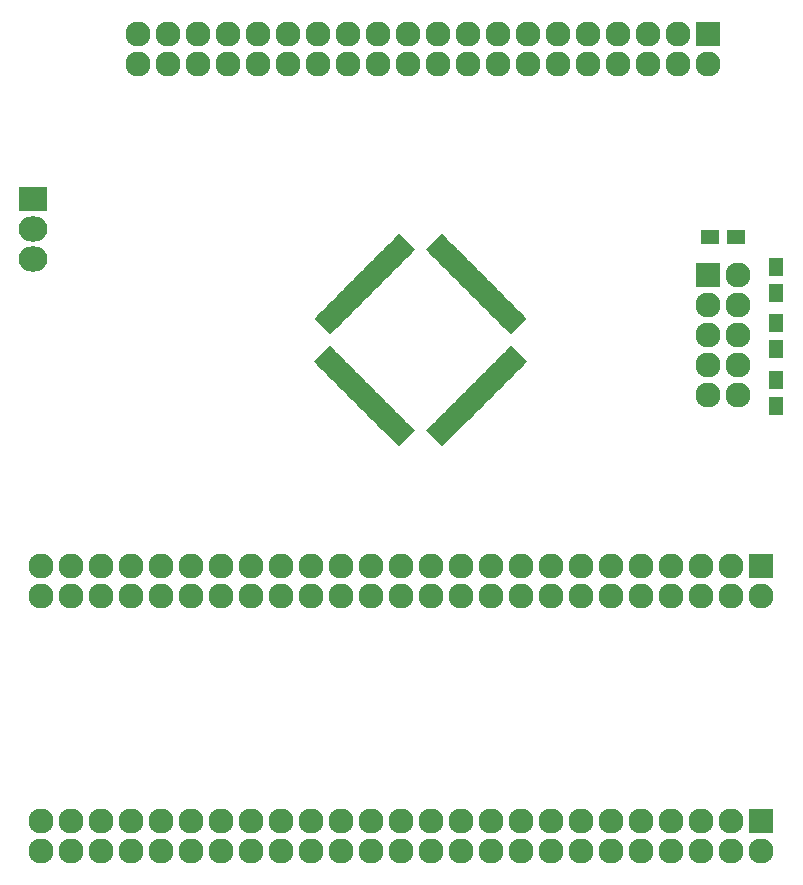
<source format=gbr>
G04 #@! TF.FileFunction,Soldermask,Top*
%FSLAX46Y46*%
G04 Gerber Fmt 4.6, Leading zero omitted, Abs format (unit mm)*
G04 Created by KiCad (PCBNEW 4.0.2-stable) date 2016-03-18 오후 4:15:19*
%MOMM*%
G01*
G04 APERTURE LIST*
%ADD10C,0.100000*%
%ADD11R,2.127200X2.127200*%
%ADD12O,2.127200X2.127200*%
%ADD13R,2.432000X2.127200*%
%ADD14O,2.432000X2.127200*%
%ADD15R,1.600000X1.300000*%
%ADD16R,1.300000X1.600000*%
G04 APERTURE END LIST*
D10*
D11*
X162560000Y-95250000D03*
D12*
X162560000Y-97790000D03*
X160020000Y-95250000D03*
X160020000Y-97790000D03*
X157480000Y-95250000D03*
X157480000Y-97790000D03*
X154940000Y-95250000D03*
X154940000Y-97790000D03*
X152400000Y-95250000D03*
X152400000Y-97790000D03*
X149860000Y-95250000D03*
X149860000Y-97790000D03*
X147320000Y-95250000D03*
X147320000Y-97790000D03*
X144780000Y-95250000D03*
X144780000Y-97790000D03*
X142240000Y-95250000D03*
X142240000Y-97790000D03*
X139700000Y-95250000D03*
X139700000Y-97790000D03*
X137160000Y-95250000D03*
X137160000Y-97790000D03*
X134620000Y-95250000D03*
X134620000Y-97790000D03*
X132080000Y-95250000D03*
X132080000Y-97790000D03*
X129540000Y-95250000D03*
X129540000Y-97790000D03*
X127000000Y-95250000D03*
X127000000Y-97790000D03*
X124460000Y-95250000D03*
X124460000Y-97790000D03*
X121920000Y-95250000D03*
X121920000Y-97790000D03*
X119380000Y-95250000D03*
X119380000Y-97790000D03*
X116840000Y-95250000D03*
X116840000Y-97790000D03*
X114300000Y-95250000D03*
X114300000Y-97790000D03*
X111760000Y-95250000D03*
X111760000Y-97790000D03*
X109220000Y-95250000D03*
X109220000Y-97790000D03*
X106680000Y-95250000D03*
X106680000Y-97790000D03*
X104140000Y-95250000D03*
X104140000Y-97790000D03*
X101600000Y-95250000D03*
X101600000Y-97790000D03*
D11*
X162560000Y-116840000D03*
D12*
X162560000Y-119380000D03*
X160020000Y-116840000D03*
X160020000Y-119380000D03*
X157480000Y-116840000D03*
X157480000Y-119380000D03*
X154940000Y-116840000D03*
X154940000Y-119380000D03*
X152400000Y-116840000D03*
X152400000Y-119380000D03*
X149860000Y-116840000D03*
X149860000Y-119380000D03*
X147320000Y-116840000D03*
X147320000Y-119380000D03*
X144780000Y-116840000D03*
X144780000Y-119380000D03*
X142240000Y-116840000D03*
X142240000Y-119380000D03*
X139700000Y-116840000D03*
X139700000Y-119380000D03*
X137160000Y-116840000D03*
X137160000Y-119380000D03*
X134620000Y-116840000D03*
X134620000Y-119380000D03*
X132080000Y-116840000D03*
X132080000Y-119380000D03*
X129540000Y-116840000D03*
X129540000Y-119380000D03*
X127000000Y-116840000D03*
X127000000Y-119380000D03*
X124460000Y-116840000D03*
X124460000Y-119380000D03*
X121920000Y-116840000D03*
X121920000Y-119380000D03*
X119380000Y-116840000D03*
X119380000Y-119380000D03*
X116840000Y-116840000D03*
X116840000Y-119380000D03*
X114300000Y-116840000D03*
X114300000Y-119380000D03*
X111760000Y-116840000D03*
X111760000Y-119380000D03*
X109220000Y-116840000D03*
X109220000Y-119380000D03*
X106680000Y-116840000D03*
X106680000Y-119380000D03*
X104140000Y-116840000D03*
X104140000Y-119380000D03*
X101600000Y-116840000D03*
X101600000Y-119380000D03*
D10*
G36*
X142322347Y-73845614D02*
X142746611Y-74269878D01*
X141403109Y-75613380D01*
X140978845Y-75189116D01*
X142322347Y-73845614D01*
X142322347Y-73845614D01*
G37*
G36*
X142039504Y-73562771D02*
X142463768Y-73987035D01*
X141120266Y-75330537D01*
X140696002Y-74906273D01*
X142039504Y-73562771D01*
X142039504Y-73562771D01*
G37*
G36*
X141756662Y-73279929D02*
X142180926Y-73704193D01*
X140837424Y-75047695D01*
X140413160Y-74623431D01*
X141756662Y-73279929D01*
X141756662Y-73279929D01*
G37*
G36*
X141473819Y-72997086D02*
X141898083Y-73421350D01*
X140554581Y-74764852D01*
X140130317Y-74340588D01*
X141473819Y-72997086D01*
X141473819Y-72997086D01*
G37*
G36*
X141190976Y-72714243D02*
X141615240Y-73138507D01*
X140271738Y-74482009D01*
X139847474Y-74057745D01*
X141190976Y-72714243D01*
X141190976Y-72714243D01*
G37*
G36*
X140908133Y-72431401D02*
X141332397Y-72855665D01*
X139988895Y-74199167D01*
X139564631Y-73774903D01*
X140908133Y-72431401D01*
X140908133Y-72431401D01*
G37*
G36*
X140625291Y-72148558D02*
X141049555Y-72572822D01*
X139706053Y-73916324D01*
X139281789Y-73492060D01*
X140625291Y-72148558D01*
X140625291Y-72148558D01*
G37*
G36*
X140342448Y-71865715D02*
X140766712Y-72289979D01*
X139423210Y-73633481D01*
X138998946Y-73209217D01*
X140342448Y-71865715D01*
X140342448Y-71865715D01*
G37*
G36*
X140059605Y-71582872D02*
X140483869Y-72007136D01*
X139140367Y-73350638D01*
X138716103Y-72926374D01*
X140059605Y-71582872D01*
X140059605Y-71582872D01*
G37*
G36*
X139776763Y-71300030D02*
X140201027Y-71724294D01*
X138857525Y-73067796D01*
X138433261Y-72643532D01*
X139776763Y-71300030D01*
X139776763Y-71300030D01*
G37*
G36*
X139493920Y-71017187D02*
X139918184Y-71441451D01*
X138574682Y-72784953D01*
X138150418Y-72360689D01*
X139493920Y-71017187D01*
X139493920Y-71017187D01*
G37*
G36*
X139211077Y-70734344D02*
X139635341Y-71158608D01*
X138291839Y-72502110D01*
X137867575Y-72077846D01*
X139211077Y-70734344D01*
X139211077Y-70734344D01*
G37*
G36*
X138928234Y-70451502D02*
X139352498Y-70875766D01*
X138008996Y-72219268D01*
X137584732Y-71795004D01*
X138928234Y-70451502D01*
X138928234Y-70451502D01*
G37*
G36*
X138645392Y-70168659D02*
X139069656Y-70592923D01*
X137726154Y-71936425D01*
X137301890Y-71512161D01*
X138645392Y-70168659D01*
X138645392Y-70168659D01*
G37*
G36*
X138362549Y-69885816D02*
X138786813Y-70310080D01*
X137443311Y-71653582D01*
X137019047Y-71229318D01*
X138362549Y-69885816D01*
X138362549Y-69885816D01*
G37*
G36*
X138079706Y-69602973D02*
X138503970Y-70027237D01*
X137160468Y-71370739D01*
X136736204Y-70946475D01*
X138079706Y-69602973D01*
X138079706Y-69602973D01*
G37*
G36*
X137796864Y-69320131D02*
X138221128Y-69744395D01*
X136877626Y-71087897D01*
X136453362Y-70663633D01*
X137796864Y-69320131D01*
X137796864Y-69320131D01*
G37*
G36*
X137514021Y-69037288D02*
X137938285Y-69461552D01*
X136594783Y-70805054D01*
X136170519Y-70380790D01*
X137514021Y-69037288D01*
X137514021Y-69037288D01*
G37*
G36*
X137231178Y-68754445D02*
X137655442Y-69178709D01*
X136311940Y-70522211D01*
X135887676Y-70097947D01*
X137231178Y-68754445D01*
X137231178Y-68754445D01*
G37*
G36*
X136948335Y-68471603D02*
X137372599Y-68895867D01*
X136029097Y-70239369D01*
X135604833Y-69815105D01*
X136948335Y-68471603D01*
X136948335Y-68471603D01*
G37*
G36*
X136665493Y-68188760D02*
X137089757Y-68613024D01*
X135746255Y-69956526D01*
X135321991Y-69532262D01*
X136665493Y-68188760D01*
X136665493Y-68188760D01*
G37*
G36*
X136382650Y-67905917D02*
X136806914Y-68330181D01*
X135463412Y-69673683D01*
X135039148Y-69249419D01*
X136382650Y-67905917D01*
X136382650Y-67905917D01*
G37*
G36*
X136099807Y-67623074D02*
X136524071Y-68047338D01*
X135180569Y-69390840D01*
X134756305Y-68966576D01*
X136099807Y-67623074D01*
X136099807Y-67623074D01*
G37*
G36*
X135816965Y-67340232D02*
X136241229Y-67764496D01*
X134897727Y-69107998D01*
X134473463Y-68683734D01*
X135816965Y-67340232D01*
X135816965Y-67340232D01*
G37*
G36*
X135534122Y-67057389D02*
X135958386Y-67481653D01*
X134614884Y-68825155D01*
X134190620Y-68400891D01*
X135534122Y-67057389D01*
X135534122Y-67057389D01*
G37*
G36*
X131503614Y-67481653D02*
X131927878Y-67057389D01*
X133271380Y-68400891D01*
X132847116Y-68825155D01*
X131503614Y-67481653D01*
X131503614Y-67481653D01*
G37*
G36*
X131220771Y-67764496D02*
X131645035Y-67340232D01*
X132988537Y-68683734D01*
X132564273Y-69107998D01*
X131220771Y-67764496D01*
X131220771Y-67764496D01*
G37*
G36*
X130937929Y-68047338D02*
X131362193Y-67623074D01*
X132705695Y-68966576D01*
X132281431Y-69390840D01*
X130937929Y-68047338D01*
X130937929Y-68047338D01*
G37*
G36*
X130655086Y-68330181D02*
X131079350Y-67905917D01*
X132422852Y-69249419D01*
X131998588Y-69673683D01*
X130655086Y-68330181D01*
X130655086Y-68330181D01*
G37*
G36*
X130372243Y-68613024D02*
X130796507Y-68188760D01*
X132140009Y-69532262D01*
X131715745Y-69956526D01*
X130372243Y-68613024D01*
X130372243Y-68613024D01*
G37*
G36*
X130089401Y-68895867D02*
X130513665Y-68471603D01*
X131857167Y-69815105D01*
X131432903Y-70239369D01*
X130089401Y-68895867D01*
X130089401Y-68895867D01*
G37*
G36*
X129806558Y-69178709D02*
X130230822Y-68754445D01*
X131574324Y-70097947D01*
X131150060Y-70522211D01*
X129806558Y-69178709D01*
X129806558Y-69178709D01*
G37*
G36*
X129523715Y-69461552D02*
X129947979Y-69037288D01*
X131291481Y-70380790D01*
X130867217Y-70805054D01*
X129523715Y-69461552D01*
X129523715Y-69461552D01*
G37*
G36*
X129240872Y-69744395D02*
X129665136Y-69320131D01*
X131008638Y-70663633D01*
X130584374Y-71087897D01*
X129240872Y-69744395D01*
X129240872Y-69744395D01*
G37*
G36*
X128958030Y-70027237D02*
X129382294Y-69602973D01*
X130725796Y-70946475D01*
X130301532Y-71370739D01*
X128958030Y-70027237D01*
X128958030Y-70027237D01*
G37*
G36*
X128675187Y-70310080D02*
X129099451Y-69885816D01*
X130442953Y-71229318D01*
X130018689Y-71653582D01*
X128675187Y-70310080D01*
X128675187Y-70310080D01*
G37*
G36*
X128392344Y-70592923D02*
X128816608Y-70168659D01*
X130160110Y-71512161D01*
X129735846Y-71936425D01*
X128392344Y-70592923D01*
X128392344Y-70592923D01*
G37*
G36*
X128109502Y-70875766D02*
X128533766Y-70451502D01*
X129877268Y-71795004D01*
X129453004Y-72219268D01*
X128109502Y-70875766D01*
X128109502Y-70875766D01*
G37*
G36*
X127826659Y-71158608D02*
X128250923Y-70734344D01*
X129594425Y-72077846D01*
X129170161Y-72502110D01*
X127826659Y-71158608D01*
X127826659Y-71158608D01*
G37*
G36*
X127543816Y-71441451D02*
X127968080Y-71017187D01*
X129311582Y-72360689D01*
X128887318Y-72784953D01*
X127543816Y-71441451D01*
X127543816Y-71441451D01*
G37*
G36*
X127260973Y-71724294D02*
X127685237Y-71300030D01*
X129028739Y-72643532D01*
X128604475Y-73067796D01*
X127260973Y-71724294D01*
X127260973Y-71724294D01*
G37*
G36*
X126978131Y-72007136D02*
X127402395Y-71582872D01*
X128745897Y-72926374D01*
X128321633Y-73350638D01*
X126978131Y-72007136D01*
X126978131Y-72007136D01*
G37*
G36*
X126695288Y-72289979D02*
X127119552Y-71865715D01*
X128463054Y-73209217D01*
X128038790Y-73633481D01*
X126695288Y-72289979D01*
X126695288Y-72289979D01*
G37*
G36*
X126412445Y-72572822D02*
X126836709Y-72148558D01*
X128180211Y-73492060D01*
X127755947Y-73916324D01*
X126412445Y-72572822D01*
X126412445Y-72572822D01*
G37*
G36*
X126129603Y-72855665D02*
X126553867Y-72431401D01*
X127897369Y-73774903D01*
X127473105Y-74199167D01*
X126129603Y-72855665D01*
X126129603Y-72855665D01*
G37*
G36*
X125846760Y-73138507D02*
X126271024Y-72714243D01*
X127614526Y-74057745D01*
X127190262Y-74482009D01*
X125846760Y-73138507D01*
X125846760Y-73138507D01*
G37*
G36*
X125563917Y-73421350D02*
X125988181Y-72997086D01*
X127331683Y-74340588D01*
X126907419Y-74764852D01*
X125563917Y-73421350D01*
X125563917Y-73421350D01*
G37*
G36*
X125281074Y-73704193D02*
X125705338Y-73279929D01*
X127048840Y-74623431D01*
X126624576Y-75047695D01*
X125281074Y-73704193D01*
X125281074Y-73704193D01*
G37*
G36*
X124998232Y-73987035D02*
X125422496Y-73562771D01*
X126765998Y-74906273D01*
X126341734Y-75330537D01*
X124998232Y-73987035D01*
X124998232Y-73987035D01*
G37*
G36*
X124715389Y-74269878D02*
X125139653Y-73845614D01*
X126483155Y-75189116D01*
X126058891Y-75613380D01*
X124715389Y-74269878D01*
X124715389Y-74269878D01*
G37*
G36*
X126058891Y-76532620D02*
X126483155Y-76956884D01*
X125139653Y-78300386D01*
X124715389Y-77876122D01*
X126058891Y-76532620D01*
X126058891Y-76532620D01*
G37*
G36*
X126341734Y-76815463D02*
X126765998Y-77239727D01*
X125422496Y-78583229D01*
X124998232Y-78158965D01*
X126341734Y-76815463D01*
X126341734Y-76815463D01*
G37*
G36*
X126624576Y-77098305D02*
X127048840Y-77522569D01*
X125705338Y-78866071D01*
X125281074Y-78441807D01*
X126624576Y-77098305D01*
X126624576Y-77098305D01*
G37*
G36*
X126907419Y-77381148D02*
X127331683Y-77805412D01*
X125988181Y-79148914D01*
X125563917Y-78724650D01*
X126907419Y-77381148D01*
X126907419Y-77381148D01*
G37*
G36*
X127190262Y-77663991D02*
X127614526Y-78088255D01*
X126271024Y-79431757D01*
X125846760Y-79007493D01*
X127190262Y-77663991D01*
X127190262Y-77663991D01*
G37*
G36*
X127473105Y-77946833D02*
X127897369Y-78371097D01*
X126553867Y-79714599D01*
X126129603Y-79290335D01*
X127473105Y-77946833D01*
X127473105Y-77946833D01*
G37*
G36*
X127755947Y-78229676D02*
X128180211Y-78653940D01*
X126836709Y-79997442D01*
X126412445Y-79573178D01*
X127755947Y-78229676D01*
X127755947Y-78229676D01*
G37*
G36*
X128038790Y-78512519D02*
X128463054Y-78936783D01*
X127119552Y-80280285D01*
X126695288Y-79856021D01*
X128038790Y-78512519D01*
X128038790Y-78512519D01*
G37*
G36*
X128321633Y-78795362D02*
X128745897Y-79219626D01*
X127402395Y-80563128D01*
X126978131Y-80138864D01*
X128321633Y-78795362D01*
X128321633Y-78795362D01*
G37*
G36*
X128604475Y-79078204D02*
X129028739Y-79502468D01*
X127685237Y-80845970D01*
X127260973Y-80421706D01*
X128604475Y-79078204D01*
X128604475Y-79078204D01*
G37*
G36*
X128887318Y-79361047D02*
X129311582Y-79785311D01*
X127968080Y-81128813D01*
X127543816Y-80704549D01*
X128887318Y-79361047D01*
X128887318Y-79361047D01*
G37*
G36*
X129170161Y-79643890D02*
X129594425Y-80068154D01*
X128250923Y-81411656D01*
X127826659Y-80987392D01*
X129170161Y-79643890D01*
X129170161Y-79643890D01*
G37*
G36*
X129453004Y-79926732D02*
X129877268Y-80350996D01*
X128533766Y-81694498D01*
X128109502Y-81270234D01*
X129453004Y-79926732D01*
X129453004Y-79926732D01*
G37*
G36*
X129735846Y-80209575D02*
X130160110Y-80633839D01*
X128816608Y-81977341D01*
X128392344Y-81553077D01*
X129735846Y-80209575D01*
X129735846Y-80209575D01*
G37*
G36*
X130018689Y-80492418D02*
X130442953Y-80916682D01*
X129099451Y-82260184D01*
X128675187Y-81835920D01*
X130018689Y-80492418D01*
X130018689Y-80492418D01*
G37*
G36*
X130301532Y-80775261D02*
X130725796Y-81199525D01*
X129382294Y-82543027D01*
X128958030Y-82118763D01*
X130301532Y-80775261D01*
X130301532Y-80775261D01*
G37*
G36*
X130584374Y-81058103D02*
X131008638Y-81482367D01*
X129665136Y-82825869D01*
X129240872Y-82401605D01*
X130584374Y-81058103D01*
X130584374Y-81058103D01*
G37*
G36*
X130867217Y-81340946D02*
X131291481Y-81765210D01*
X129947979Y-83108712D01*
X129523715Y-82684448D01*
X130867217Y-81340946D01*
X130867217Y-81340946D01*
G37*
G36*
X131150060Y-81623789D02*
X131574324Y-82048053D01*
X130230822Y-83391555D01*
X129806558Y-82967291D01*
X131150060Y-81623789D01*
X131150060Y-81623789D01*
G37*
G36*
X131432903Y-81906631D02*
X131857167Y-82330895D01*
X130513665Y-83674397D01*
X130089401Y-83250133D01*
X131432903Y-81906631D01*
X131432903Y-81906631D01*
G37*
G36*
X131715745Y-82189474D02*
X132140009Y-82613738D01*
X130796507Y-83957240D01*
X130372243Y-83532976D01*
X131715745Y-82189474D01*
X131715745Y-82189474D01*
G37*
G36*
X131998588Y-82472317D02*
X132422852Y-82896581D01*
X131079350Y-84240083D01*
X130655086Y-83815819D01*
X131998588Y-82472317D01*
X131998588Y-82472317D01*
G37*
G36*
X132281431Y-82755160D02*
X132705695Y-83179424D01*
X131362193Y-84522926D01*
X130937929Y-84098662D01*
X132281431Y-82755160D01*
X132281431Y-82755160D01*
G37*
G36*
X132564273Y-83038002D02*
X132988537Y-83462266D01*
X131645035Y-84805768D01*
X131220771Y-84381504D01*
X132564273Y-83038002D01*
X132564273Y-83038002D01*
G37*
G36*
X132847116Y-83320845D02*
X133271380Y-83745109D01*
X131927878Y-85088611D01*
X131503614Y-84664347D01*
X132847116Y-83320845D01*
X132847116Y-83320845D01*
G37*
G36*
X134190620Y-83745109D02*
X134614884Y-83320845D01*
X135958386Y-84664347D01*
X135534122Y-85088611D01*
X134190620Y-83745109D01*
X134190620Y-83745109D01*
G37*
G36*
X134473463Y-83462266D02*
X134897727Y-83038002D01*
X136241229Y-84381504D01*
X135816965Y-84805768D01*
X134473463Y-83462266D01*
X134473463Y-83462266D01*
G37*
G36*
X134756305Y-83179424D02*
X135180569Y-82755160D01*
X136524071Y-84098662D01*
X136099807Y-84522926D01*
X134756305Y-83179424D01*
X134756305Y-83179424D01*
G37*
G36*
X135039148Y-82896581D02*
X135463412Y-82472317D01*
X136806914Y-83815819D01*
X136382650Y-84240083D01*
X135039148Y-82896581D01*
X135039148Y-82896581D01*
G37*
G36*
X135321991Y-82613738D02*
X135746255Y-82189474D01*
X137089757Y-83532976D01*
X136665493Y-83957240D01*
X135321991Y-82613738D01*
X135321991Y-82613738D01*
G37*
G36*
X135604833Y-82330895D02*
X136029097Y-81906631D01*
X137372599Y-83250133D01*
X136948335Y-83674397D01*
X135604833Y-82330895D01*
X135604833Y-82330895D01*
G37*
G36*
X135887676Y-82048053D02*
X136311940Y-81623789D01*
X137655442Y-82967291D01*
X137231178Y-83391555D01*
X135887676Y-82048053D01*
X135887676Y-82048053D01*
G37*
G36*
X136170519Y-81765210D02*
X136594783Y-81340946D01*
X137938285Y-82684448D01*
X137514021Y-83108712D01*
X136170519Y-81765210D01*
X136170519Y-81765210D01*
G37*
G36*
X136453362Y-81482367D02*
X136877626Y-81058103D01*
X138221128Y-82401605D01*
X137796864Y-82825869D01*
X136453362Y-81482367D01*
X136453362Y-81482367D01*
G37*
G36*
X136736204Y-81199525D02*
X137160468Y-80775261D01*
X138503970Y-82118763D01*
X138079706Y-82543027D01*
X136736204Y-81199525D01*
X136736204Y-81199525D01*
G37*
G36*
X137019047Y-80916682D02*
X137443311Y-80492418D01*
X138786813Y-81835920D01*
X138362549Y-82260184D01*
X137019047Y-80916682D01*
X137019047Y-80916682D01*
G37*
G36*
X137301890Y-80633839D02*
X137726154Y-80209575D01*
X139069656Y-81553077D01*
X138645392Y-81977341D01*
X137301890Y-80633839D01*
X137301890Y-80633839D01*
G37*
G36*
X137584732Y-80350996D02*
X138008996Y-79926732D01*
X139352498Y-81270234D01*
X138928234Y-81694498D01*
X137584732Y-80350996D01*
X137584732Y-80350996D01*
G37*
G36*
X137867575Y-80068154D02*
X138291839Y-79643890D01*
X139635341Y-80987392D01*
X139211077Y-81411656D01*
X137867575Y-80068154D01*
X137867575Y-80068154D01*
G37*
G36*
X138150418Y-79785311D02*
X138574682Y-79361047D01*
X139918184Y-80704549D01*
X139493920Y-81128813D01*
X138150418Y-79785311D01*
X138150418Y-79785311D01*
G37*
G36*
X138433261Y-79502468D02*
X138857525Y-79078204D01*
X140201027Y-80421706D01*
X139776763Y-80845970D01*
X138433261Y-79502468D01*
X138433261Y-79502468D01*
G37*
G36*
X138716103Y-79219626D02*
X139140367Y-78795362D01*
X140483869Y-80138864D01*
X140059605Y-80563128D01*
X138716103Y-79219626D01*
X138716103Y-79219626D01*
G37*
G36*
X138998946Y-78936783D02*
X139423210Y-78512519D01*
X140766712Y-79856021D01*
X140342448Y-80280285D01*
X138998946Y-78936783D01*
X138998946Y-78936783D01*
G37*
G36*
X139281789Y-78653940D02*
X139706053Y-78229676D01*
X141049555Y-79573178D01*
X140625291Y-79997442D01*
X139281789Y-78653940D01*
X139281789Y-78653940D01*
G37*
G36*
X139564631Y-78371097D02*
X139988895Y-77946833D01*
X141332397Y-79290335D01*
X140908133Y-79714599D01*
X139564631Y-78371097D01*
X139564631Y-78371097D01*
G37*
G36*
X139847474Y-78088255D02*
X140271738Y-77663991D01*
X141615240Y-79007493D01*
X141190976Y-79431757D01*
X139847474Y-78088255D01*
X139847474Y-78088255D01*
G37*
G36*
X140130317Y-77805412D02*
X140554581Y-77381148D01*
X141898083Y-78724650D01*
X141473819Y-79148914D01*
X140130317Y-77805412D01*
X140130317Y-77805412D01*
G37*
G36*
X140413160Y-77522569D02*
X140837424Y-77098305D01*
X142180926Y-78441807D01*
X141756662Y-78866071D01*
X140413160Y-77522569D01*
X140413160Y-77522569D01*
G37*
G36*
X140696002Y-77239727D02*
X141120266Y-76815463D01*
X142463768Y-78158965D01*
X142039504Y-78583229D01*
X140696002Y-77239727D01*
X140696002Y-77239727D01*
G37*
G36*
X140978845Y-76956884D02*
X141403109Y-76532620D01*
X142746611Y-77876122D01*
X142322347Y-78300386D01*
X140978845Y-76956884D01*
X140978845Y-76956884D01*
G37*
D11*
X158115000Y-50165000D03*
D12*
X158115000Y-52705000D03*
X155575000Y-50165000D03*
X155575000Y-52705000D03*
X153035000Y-50165000D03*
X153035000Y-52705000D03*
X150495000Y-50165000D03*
X150495000Y-52705000D03*
X147955000Y-50165000D03*
X147955000Y-52705000D03*
X145415000Y-50165000D03*
X145415000Y-52705000D03*
X142875000Y-50165000D03*
X142875000Y-52705000D03*
X140335000Y-50165000D03*
X140335000Y-52705000D03*
X137795000Y-50165000D03*
X137795000Y-52705000D03*
X135255000Y-50165000D03*
X135255000Y-52705000D03*
X132715000Y-50165000D03*
X132715000Y-52705000D03*
X130175000Y-50165000D03*
X130175000Y-52705000D03*
X127635000Y-50165000D03*
X127635000Y-52705000D03*
X125095000Y-50165000D03*
X125095000Y-52705000D03*
X122555000Y-50165000D03*
X122555000Y-52705000D03*
X120015000Y-50165000D03*
X120015000Y-52705000D03*
X117475000Y-50165000D03*
X117475000Y-52705000D03*
X114935000Y-50165000D03*
X114935000Y-52705000D03*
X112395000Y-50165000D03*
X112395000Y-52705000D03*
X109855000Y-50165000D03*
X109855000Y-52705000D03*
D13*
X100965000Y-64135000D03*
D14*
X100965000Y-66675000D03*
X100965000Y-69215000D03*
D11*
X158064200Y-70586600D03*
D12*
X160604200Y-70586600D03*
X158064200Y-73126600D03*
X160604200Y-73126600D03*
X158064200Y-75666600D03*
X160604200Y-75666600D03*
X158064200Y-78206600D03*
X160604200Y-78206600D03*
X158064200Y-80746600D03*
X160604200Y-80746600D03*
D15*
X160434200Y-67386200D03*
X158234200Y-67386200D03*
D16*
X163804600Y-69943800D03*
X163804600Y-72143800D03*
X163804600Y-76868200D03*
X163804600Y-74668200D03*
X163855400Y-79494200D03*
X163855400Y-81694200D03*
M02*

</source>
